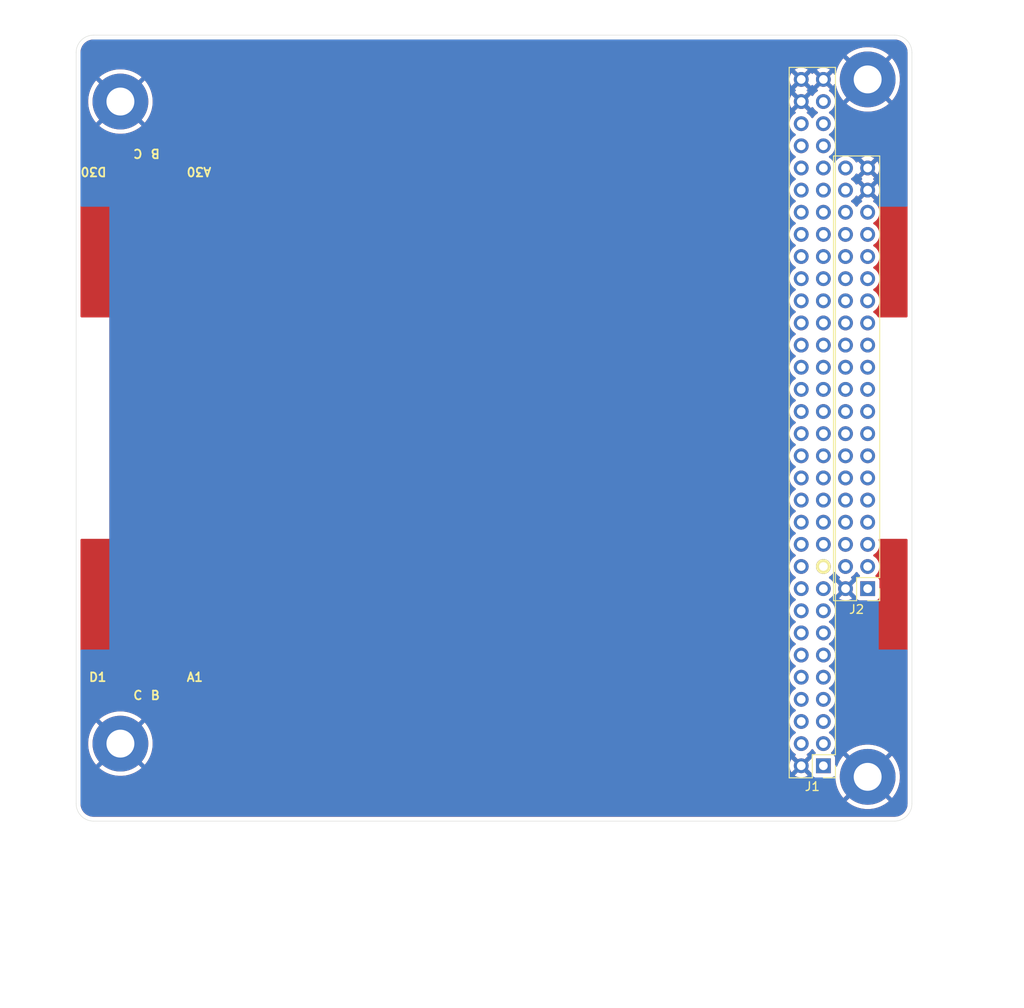
<source format=kicad_pcb>
(kicad_pcb (version 20241229) (generator "pcbnew") (generator_version "9.0")
  (layers (0 "F.Cu" signal) (2 "B.Cu" signal) (13 "F.Paste" user) (15 "B.Paste" user) (5 "F.SilkS" user "F.Silkscreen") (7 "B.SilkS" user "B.Silkscreen") (1 "F.Mask" user) (3 "B.Mask" user) (25 "Edge.Cuts" user))
  (net 0 "")
  (net 1 "GND")
  (net 2 "+5V")
  (net 3 "+12V")
  (net 4 "+3.3V")
  (net 5 "RESET")
  (net 97 "V_Batt")
  (footprint "Connector_PinHeader_2.54mm:PinHeader_2x32_P2.54mm_Vertical" (layer "F.Cu") (at 221.9 131.92 180)
    (property "Reference" "J1" (at 1.27 -2.38 0) (layer "F.SilkS"))
    (property "Value" "Conn_02x32_Row_Letter_First")
    (fp_line (start 3.92 -1.38) (end 3.92 80.12) (stroke (width 0.12)) (layer "F.SilkS"))
    (fp_line (start 1.27 1.27) (end 1.27 -1.38) (stroke (width 0.12)) (layer "F.SilkS"))
    (fp_line (start 1.27 -1.38) (end 3.92 -1.38) (stroke (width 0.12)) (layer "F.SilkS"))
    (fp_line (start -1.38 80.12) (end 3.92 80.12) (stroke (width 0.12)) (layer "F.SilkS"))
    (fp_line (start -1.38 1.27) (end 1.27 1.27) (stroke (width 0.12)) (layer "F.SilkS"))
    (fp_line (start -1.38 1.27) (end -1.38 80.12) (stroke (width 0.12)) (layer "F.SilkS"))
    (fp_line (start -1.38 0) (end -1.38 -1.38) (stroke (width 0.12)) (layer "F.SilkS"))
    (fp_line (start -1.38 -1.38) (end 0 -1.38) (stroke (width 0.12)) (layer "F.SilkS"))
    (pad "a1" thru_hole rect (at 0 0 180) (size 1.7 1.7) (drill 1) (layers "*.Cu" "*.Mask"))
    (pad "a2" thru_hole circle (at 0 2.54 180) (size 1.7 1.7) (drill 1) (layers "*.Cu" "*.Mask"))
    (pad "a3" thru_hole circle (at 0 5.08 180) (size 1.7 1.7) (drill 1) (layers "*.Cu" "*.Mask"))
    (pad "a4" thru_hole circle (at 0 7.62 180) (size 1.7 1.7) (drill 1) (layers "*.Cu" "*.Mask"))
    (pad "a5" thru_hole circle (at 0 10.16 180) (size 1.7 1.7) (drill 1) (layers "*.Cu" "*.Mask"))
    (pad "a6" thru_hole circle (at 0 12.7 180) (size 1.7 1.7) (drill 1) (layers "*.Cu" "*.Mask"))
    (pad "a7" thru_hole circle (at 0 15.24 180) (size 1.7 1.7) (drill 1) (layers "*.Cu" "*.Mask"))
    (pad "a8" thru_hole circle (at 0 17.78 180) (size 1.7 1.7) (drill 1) (layers "*.Cu" "*.Mask"))
    (pad "a9" thru_hole circle (at 0 20.32 180) (size 1.7 1.7) (drill 1) (layers "*.Cu" "*.Mask"))
    (pad "a10" thru_hole circle (at 0 22.86 180) (size 1.7 1.7) (drill 1) (layers "*.Cu" "*.Mask" "F.SilkS"))
    (pad "a11" thru_hole circle (at 0 25.4 180) (size 1.7 1.7) (drill 1) (layers "*.Cu" "*.Mask"))
    (pad "a12" thru_hole circle (at 0 27.94 180) (size 1.7 1.7) (drill 1) (layers "*.Cu" "*.Mask"))
    (pad "a13" thru_hole circle (at 0 30.48 180) (size 1.7 1.7) (drill 1) (layers "*.Cu" "*.Mask"))
    (pad "a14" thru_hole circle (at 0 33.02 180) (size 1.7 1.7) (drill 1) (layers "*.Cu" "*.Mask"))
    (pad "a15" thru_hole circle (at 0 35.56 180) (size 1.7 1.7) (drill 1) (layers "*.Cu" "*.Mask"))
    (pad "a16" thru_hole circle (at 0 38.1 180) (size 1.7 1.7) (drill 1) (layers "*.Cu" "*.Mask"))
    (pad "a17" thru_hole circle (at 0 40.64 180) (size 1.7 1.7) (drill 1) (layers "*.Cu" "B.Mask"))
    (pad "a18" thru_hole circle (at 0 43.18 180) (size 1.7 1.7) (drill 1) (layers "*.Cu" "*.Mask"))
    (pad "a19" thru_hole circle (at 0 45.72 180) (size 1.7 1.7) (drill 1) (layers "*.Cu" "*.Mask" "F.Paste"))
    (pad "a20" thru_hole circle (at 0 48.26 180) (size 1.7 1.7) (drill 1) (layers "*.Cu" "*.Mask"))
    (pad "a21" thru_hole circle (at 0 50.8 180) (size 1.7 1.7) (drill 1) (layers "*.Cu" "*.Mask"))
    (pad "a22" thru_hole circle (at 0 53.34 180) (size 1.7 1.7) (drill 1) (layers "*.Cu" "*.Mask"))
    (pad "a23" thru_hole circle (at 0 55.88 180) (size 1.7 1.7) (drill 1) (layers "*.Cu" "*.Mask"))
    (pad "a24" thru_hole circle (at 0 58.42 180) (size 1.7 1.7) (drill 1) (layers "*.Cu" "*.Mask"))
    (pad "a25" thru_hole circle (at 0 60.96 180) (size 1.7 1.7) (drill 1) (layers "*.Cu" "*.Mask"))
    (pad "a26" thru_hole circle (at 0 63.5 180) (size 1.7 1.7) (drill 1) (layers "*.Cu" "*.Mask"))
    (pad "a27" thru_hole circle (at 0 66.04 180) (size 1.7 1.7) (drill 1) (layers "*.Cu" "*.Mask"))
    (pad "a28" thru_hole circle (at 0 68.58 180) (size 1.7 1.7) (drill 1) (layers "*.Cu" "*.Mask"))
    (pad "a29" thru_hole circle (at 0 71.12 180) (size 1.7 1.7) (drill 1) (layers "*.Cu" "*.Mask"))
    (pad "a30" thru_hole circle (at 0 73.66 180) (size 1.7 1.7) (drill 1) (layers "*.Cu" "*.Mask"))
    (pad "a31" thru_hole circle (at 0 76.2 180) (size 1.7 1.7) (drill 1) (layers "*.Cu" "*.Mask"))
    (pad "a32" thru_hole circle (at 0 78.74 180) (size 1.7 1.7) (drill 1) (layers "*.Cu" "*.Mask") (net 1 "GND"))
    (pad "b1" thru_hole circle (at 2.54 0 180) (size 1.7 1.7) (drill 1) (layers "*.Cu" "*.Mask") (net 1 "GND"))
    (pad "b2" thru_hole circle (at 2.54 2.54 180) (size 1.7 1.7) (drill 1) (layers "*.Cu" "*.Mask") (net 5 "RESET"))
    (pad "b3" thru_hole circle (at 2.54 5.08 180) (size 1.7 1.7) (drill 1) (layers "*.Cu" "*.Mask") (net 2 "+5V"))
    (pad "b4" thru_hole circle (at 2.54 7.62 180) (size 1.7 1.7) (drill 1) (layers "*.Cu" "*.Mask"))
    (pad "b5" thru_hole circle (at 2.54 10.16 180) (size 1.7 1.7) (drill 1) (layers "*.Cu" "*.Mask") (net 4 "+3.3V"))
    (pad "b6" thru_hole circle (at 2.54 12.7 180) (size 1.7 1.7) (drill 1) (layers "*.Cu" "*.Mask"))
    (pad "b7" thru_hole circle (at 2.54 15.24 180) (size 1.7 1.7) (drill 1) (layers "*.Cu" "*.Mask") (net 97 "V_Batt"))
    (pad "b8" thru_hole circle (at 2.54 17.78 180) (size 1.7 1.7) (drill 1) (layers "*.Cu" "*.Mask"))
    (pad "b9" thru_hole circle (at 2.54 20.32 180) (size 1.7 1.7) (drill 1) (layers "*.Cu" "*.Mask") (net 3 "+12V"))
    (pad "b10" thru_hole circle (at 2.54 22.86 180) (size 1.7 1.7) (drill 1) (layers "*.Cu" "*.Mask"))
    (pad "b11" thru_hole circle (at 2.54 25.4 180) (size 1.7 1.7) (drill 1) (layers "*.Cu" "*.Mask"))
    (pad "b12" thru_hole circle (at 2.54 27.94 180) (size 1.7 1.7) (drill 1) (layers "*.Cu" "*.Mask"))
    (pad "b13" thru_hole circle (at 2.54 30.48 180) (size 1.7 1.7) (drill 1) (layers "*.Cu" "*.Mask"))
    (pad "b14" thru_hole circle (at 2.54 33.02 180) (size 1.7 1.7) (drill 1) (layers "*.Cu" "*.Mask"))
    (pad "b15" thru_hole circle (at 2.54 35.56 180) (size 1.7 1.7) (drill 1) (layers "*.Cu" "*.Mask"))
    (pad "b16" thru_hole circle (at 2.54 38.1 180) (size 1.7 1.7) (drill 1) (layers "*.Cu" "*.Mask"))
    (pad "b17" thru_hole circle (at 2.54 40.64 180) (size 1.7 1.7) (drill 1) (layers "*.Cu" "*.Mask"))
    (pad "b18" thru_hole circle (at 2.54 43.18 180) (size 1.7 1.7) (drill 1) (layers "*.Cu" "*.Mask"))
    (pad "b19" thru_hole circle (at 2.54 45.72 180) (size 1.7 1.7) (drill 1) (layers "*.Cu" "*.Mask"))
    (pad "b20" thru_hole circle (at 2.54 48.26 180) (size 1.7 1.7) (drill 1) (layers "*.Cu" "*.Mask"))
    (pad "b21" thru_hole circle (at 2.54 50.8 180) (size 1.7 1.7) (drill 1) (layers "*.Cu" "*.Mask"))
    (pad "b22" thru_hole circle (at 2.54 53.34 180) (size 1.7 1.7) (drill 1) (layers "*.Cu" "*.Mask"))
    (pad "b23" thru_hole circle (at 2.54 55.88 180) (size 1.7 1.7) (drill 1) (layers "*.Cu" "*.Mask"))
    (pad "b24" thru_hole circle (at 2.54 58.42 180) (size 1.7 1.7) (drill 1) (layers "*.Cu" "*.Mask"))
    (pad "b25" thru_hole circle (at 2.54 60.96 180) (size 1.7 1.7) (drill 1) (layers "*.Cu" "*.Mask"))
    (pad "b26" thru_hole circle (at 2.54 63.5 180) (size 1.7 1.7) (drill 1) (layers "*.Cu" "*.Mask"))
    (pad "b27" thru_hole circle (at 2.54 66.04 180) (size 1.7 1.7) (drill 1) (layers "*.Cu" "*.Mask"))
    (pad "b28" thru_hole circle (at 2.54 68.58 180) (size 1.7 1.7) (drill 1) (layers "*.Cu" "*.Mask"))
    (pad "b29" thru_hole circle (at 2.54 71.12 180) (size 1.7 1.7) (drill 1) (layers "*.Cu" "*.Mask"))
    (pad "b30" thru_hole circle (at 2.54 73.66 180) (size 1.7 1.7) (drill 1) (layers "*.Cu" "*.Mask"))
    (pad "b31" thru_hole circle (at 2.54 76.2 180) (size 1.7 1.7) (drill 1) (layers "*.Cu" "*.Mask") (net 1 "GND"))
    (pad "b32" thru_hole circle (at 2.54 78.74 180) (size 1.7 1.7) (drill 1) (layers "*.Cu" "*.Mask") (net 1 "GND"))
  )
  (footprint "MountingHole:MountingHole_3.2mm_M3_Pad_TopBottom" (layer "F.Cu") (at 226.98 133.19)
    (property "Reference" "H4" (hide yes))
    (property "Value" "MountingHole_Pad")
    (pad "1" thru_hole circle (at 0 0) (size 3.6 3.6) (drill 3.2) (layers "*.Cu" "*.Mask") (net 1 "GND"))
    (pad "1" connect circle (at 0 0) (size 6.4 6.4) (layers "F.Cu" "F.Mask") (net 1 "GND"))
    (pad "1" connect circle (at 0 0) (size 6.4 6.4) (layers "B.Cu" "B.Mask") (net 1 "GND"))
  )
  (footprint "MountingHole:MountingHole_3.2mm_M3_Pad_TopBottom" (layer "F.Cu") (at 226.98 53.18)
    (property "Reference" "H2" (hide yes))
    (property "Value" "MountingHole_Pad")
    (pad "1" thru_hole circle (at 0 0) (size 3.6 3.6) (drill 3.2) (layers "*.Cu" "*.Mask") (net 1 "GND"))
    (pad "1" connect circle (at 0 0) (size 6.4 6.4) (layers "F.Cu" "F.Mask") (net 1 "GND"))
    (pad "1" connect circle (at 0 0) (size 6.4 6.4) (layers "B.Cu" "B.Mask") (net 1 "GND"))
  )
  (footprint "MountingHole:MountingHole_3.2mm_M3_Pad_TopBottom" (layer "F.Cu") (at 141.255 55.72)
    (property "Reference" "H1" (hide yes))
    (property "Value" "MountingHole_Pad")
    (pad "1" thru_hole circle (at 0 0) (size 3.6 3.6) (drill 3.2) (layers "*.Cu" "*.Mask") (net 1 "GND"))
    (pad "1" connect circle (at 0 0) (size 6.4 6.4) (layers "F.Cu" "F.Mask") (net 1 "GND"))
    (pad "1" connect circle (at 0 0) (size 6.4 6.4) (layers "B.Cu" "B.Mask") (net 1 "GND"))
  )
  (footprint "MountingHole:MountingHole_3.2mm_M3_Pad_TopBottom" (layer "F.Cu") (at 141.255 129.38)
    (property "Reference" "H3" (hide yes))
    (property "Value" "MountingHole_Pad")
    (pad "1" thru_hole circle (at 0 0) (size 3.6 3.6) (drill 3.2) (layers "*.Cu" "*.Mask") (net 1 "GND"))
    (pad "1" connect circle (at 0 0) (size 6.4 6.4) (layers "F.Cu" "F.Mask") (net 1 "GND"))
    (pad "1" connect circle (at 0 0) (size 6.4 6.4) (layers "B.Cu" "B.Mask") (net 1 "GND"))
  )
  (footprint "Connector_PinHeader_2.54mm:PinHeader_2x20_P2.54mm_Vertical" (layer "F.Cu") (at 226.98 111.6 180)
    (property "Reference" "J2" (at 1.27 -2.38 0) (layer "F.SilkS"))
    (property "Value" "Conn_02x20_Row_Letter_First" (hide yes))
    (fp_line (start 3.92 -1.38) (end 3.92 49.64) (stroke (width 0.12)) (layer "F.SilkS"))
    (fp_line (start 1.27 1.27) (end 1.27 -1.38) (stroke (width 0.12)) (layer "F.SilkS"))
    (fp_line (start 1.27 -1.38) (end 3.92 -1.38) (stroke (width 0.12)) (layer "F.SilkS"))
    (fp_line (start -1.38 49.64) (end 3.92 49.64) (stroke (width 0.12)) (layer "F.SilkS"))
    (fp_line (start -1.38 1.27) (end 1.27 1.27) (stroke (width 0.12)) (layer "F.SilkS"))
    (fp_line (start -1.38 1.27) (end -1.38 49.64) (stroke (width 0.12)) (layer "F.SilkS"))
    (fp_line (start -1.38 0) (end -1.38 -1.38) (stroke (width 0.12)) (layer "F.SilkS"))
    (fp_line (start -1.38 -1.38) (end 0 -1.38) (stroke (width 0.12)) (layer "F.SilkS"))
    (pad "c0" thru_hole circle (at 2.54 0 180) (size 1.7 1.7) (drill 1) (layers "*.Cu" "*.Mask") (net 1 "GND"))
    (pad "c1" thru_hole circle (at 2.54 2.54 180) (size 1.7 1.7) (drill 1) (layers "*.Cu" "*.Mask"))
    (pad "c2" thru_hole circle (at 2.54 5.08 180) (size 1.7 1.7) (drill 1) (layers "*.Cu" "*.Mask"))
    (pad "c3" thru_hole circle (at 2.54 7.62 180) (size 1.7 1.7) (drill 1) (layers "*.Cu" "*.Mask"))
    (pad "c4" thru_hole circle (at 2.54 10.16 180) (size 1.7 1.7) (drill 1) (layers "*.Cu" "*.Mask"))
    (pad "c5" thru_hole circle (at 2.54 12.7 180) (size 1.7 1.7) (drill 1) (layers "*.Cu" "*.Mask"))
    (pad "c6" thru_hole circle (at 2.54 15.24 180) (size 1.7 1.7) (drill 1) (layers "*.Cu" "*.Mask"))
    (pad "c7" thru_hole circle (at 2.54 17.78 180) (size 1.7 1.7) (drill 1) (layers "*.Cu" "*.Mask"))
    (pad "c8" thru_hole circle (at 2.54 20.32 180) (size 1.7 1.7) (drill 1) (layers "*.Cu" "*.Mask"))
    (pad "c9" thru_hole circle (at 2.54 22.86 180) (size 1.7 1.7) (drill 1) (layers "*.Cu" "*.Mask"))
    (pad "c10" thru_hole circle (at 2.54 25.4 180) (size 1.7 1.7) (drill 1) (layers "*.Cu" "*.Mask"))
    (pad "c11" thru_hole circle (at 2.54 27.94 180) (size 1.7 1.7) (drill 1) (layers "*.Cu" "*.Mask"))
    (pad "c12" thru_hole circle (at 2.54 30.48 180) (size 1.7 1.7) (drill 1) (layers "*.Cu" "*.Mask"))
    (pad "c13" thru_hole circle (at 2.54 33.02 180) (size 1.7 1.7) (drill 1) (layers "*.Cu" "*.Mask"))
    (pad "c14" thru_hole circle (at 2.54 35.56 180) (size 1.7 1.7) (drill 1) (layers "*.Cu" "*.Mask"))
    (pad "c15" thru_hole circle (at 2.54 38.1 180) (size 1.7 1.7) (drill 1) (layers "*.Cu" "*.Mask"))
    (pad "c16" thru_hole circle (at 2.54 40.64 180) (size 1.7 1.7) (drill 1) (layers "*.Cu" "*.Mask"))
    (pad "c17" thru_hole circle (at 2.54 43.18 180) (size 1.7 1.7) (drill 1) (layers "*.Cu" "*.Mask"))
    (pad "c18" thru_hole circle (at 2.54 45.72 180) (size 1.7 1.7) (drill 1) (layers "*.Cu" "*.Mask"))
    (pad "c19" thru_hole circle (at 2.54 48.26 180) (size 1.7 1.7) (drill 1) (layers "*.Cu" "*.Mask"))
    (pad "d0" thru_hole rect (at 0 0 180) (size 1.7 1.7) (drill 1) (layers "*.Cu" "*.Mask"))
    (pad "d1" thru_hole circle (at 0 2.54 180) (size 1.7 1.7) (drill 1) (layers "*.Cu" "*.Mask"))
    (pad "d2" thru_hole circle (at 0 5.08 180) (size 1.7 1.7) (drill 1) (layers "*.Cu" "*.Mask"))
    (pad "d3" thru_hole circle (at 0 7.62 180) (size 1.7 1.7) (drill 1) (layers "*.Cu" "*.Mask"))
    (pad "d4" thru_hole circle (at 0 10.16 180) (size 1.7 1.7) (drill 1) (layers "*.Cu" "*.Mask"))
    (pad "d5" thru_hole circle (at 0 12.7 180) (size 1.7 1.7) (drill 1) (layers "*.Cu" "*.Mask"))
    (pad "d6" thru_hole circle (at 0 15.24 180) (size 1.7 1.7) (drill 1) (layers "*.Cu" "*.Mask"))
    (pad "d7" thru_hole circle (at 0 17.78 180) (size 1.7 1.7) (drill 1) (layers "*.Cu" "*.Mask"))
    (pad "d8" thru_hole circle (at 0 20.32 180) (size 1.7 1.7) (drill 1) (layers "*.Cu" "*.Mask"))
    (pad "d9" thru_hole circle (at 0 22.86 180) (size 1.7 1.7) (drill 1) (layers "*.Cu" "*.Mask"))
    (pad "d10" thru_hole circle (at 0 25.4 180) (size 1.7 1.7) (drill 1) (layers "*.Cu" "*.Mask"))
    (pad "d11" thru_hole circle (at 0 27.94 180) (size 1.7 1.7) (drill 1) (layers "*.Cu" "*.Mask"))
    (pad "d12" thru_hole circle (at 0 30.48 180) (size 1.7 1.7) (drill 1) (layers "*.Cu" "*.Mask"))
    (pad "d13" thru_hole circle (at 0 33.02 180) (size 1.7 1.7) (drill 1) (layers "*.Cu" "*.Mask"))
    (pad "d14" thru_hole circle (at 0 35.56 180) (size 1.7 1.7) (drill 1) (layers "*.Cu" "*.Mask"))
    (pad "d15" thru_hole circle (at 0 38.1 180) (size 1.7 1.7) (drill 1) (layers "*.Cu" "*.Mask"))
    (pad "d16" thru_hole circle (at 0 40.64 180) (size 1.7 1.7) (drill 1) (layers "*.Cu" "*.Mask") (net 2 "+5V"))
    (pad "d17" thru_hole circle (at 0 43.18 180) (size 1.7 1.7) (drill 1) (layers "*.Cu" "*.Mask"))
    (pad "d18" thru_hole circle (at 0 45.72 180) (size 1.7 1.7) (drill 1) (layers "*.Cu" "*.Mask") (net 1 "GND"))
    (pad "d19" thru_hole circle (at 0 48.26 180) (size 1.7 1.7) (drill 1) (layers "*.Cu" "*.Mask") (net 1 "GND"))
  )
  (gr_arc (start 138.175 138.27) (mid 136.760786 137.684214) (end 136.175 136.27) (stroke (width 0.05)) (layer "Edge.Cuts"))
  (gr_arc (start 230.06 48.1) (mid 231.474214 48.685786) (end 232.06 50.1) (stroke (width 0.05)) (layer "Edge.Cuts"))
  (gr_arc (start 232.06 136.27) (mid 231.474214 137.684214) (end 230.06 138.27) (stroke (width 0.05)) (layer "Edge.Cuts"))
  (gr_arc (start 136.175 50.1) (mid 136.760786 48.685786) (end 138.175 48.1) (stroke (width 0.05)) (layer "Edge.Cuts"))
  (gr_line (start 138.175 48.1) (end 230.06 48.1) (stroke (width 0.05)) (layer "Edge.Cuts"))
  (gr_line (start 230.06 138.27) (end 138.175 138.27) (stroke (width 0.05)) (layer "Edge.Cuts"))
  (gr_line (start 136.175 136.27) (end 136.175 50.1) (stroke (width 0.05)) (layer "Edge.Cuts"))
  (gr_line (start 232.06 50.1) (end 232.06 136.27) (stroke (width 0.05)) (layer "Edge.Cuts"))
  (gr_text "A1" (at 148.755 121.76 0) (layer "F.SilkS") (effects (font (size 1 1) (thickness 0.2) (bold yes)) (justify left)))
  (gr_text "C" (at 143.255 62.26 180) (layer "F.SilkS") (effects (font (size 1 1) (thickness 0.2) (bold yes)) (justify top)))
  (gr_text "D30" (at 139.755 63.76 180) (layer "F.SilkS") (effects (font (size 1 1) (thickness 0.2) (bold yes)) (justify left)))
  (gr_text "C" (at 143.255 123.26 0) (layer "F.SilkS") (effects (font (size 1 1) (thickness 0.2) (bold yes)) (justify top)))
  (gr_text "B" (at 145.255 62.26 180) (layer "F.SilkS") (effects (font (size 1 1) (thickness 0.2) (bold yes)) (justify top)))
  (gr_text "D1" (at 139.755 121.76 0) (layer "F.SilkS") (effects (font (size 1 1) (thickness 0.2) (bold yes)) (justify right)))
  (gr_text "B" (at 145.255 123.26 0) (layer "F.SilkS") (effects (font (size 1 1) (thickness 0.2) (bold yes)) (justify top)))
  (gr_text "A30" (at 148.755 63.76 180) (layer "F.SilkS") (effects (font (size 1 1) (thickness 0.2) (bold yes)) (justify right)))
  (zone (net 1) (net_name "GND") (layer "F.Cu") (connect_pads (clearance 0.5)) (min_thickness 0.25) (fill yes (thermal_gap 0.5) (thermal_bridge_width 0.5))
    (polygon (pts (xy 136.175 48.1) (xy 232.06 48.1) (xy 232.06 138.27) (xy 136.175 138.27)))
  )
  (zone (net 0) (net_name "") (layers "F.Cu" "Dwgs.User") (connect_pads (clearance 0)) (min_thickness 0.25)
    (keepout (tracks not_allowed) (vias not_allowed) (pads not_allowed) (copperpour not_allowed) (footprints allowed))
    (fill (thermal_gap 0.5) (thermal_bridge_width 0.5))
    (polygon (pts (xy 228.25 80.485) (xy 232.06 80.485) (xy 232.06 105.885) (xy 228.25 105.885)))
  )
  (zone (net 0) (net_name "") (layers "F.Cu" "Dwgs.User") (connect_pads (clearance 0)) (min_thickness 0.25)
    (keepout (tracks not_allowed) (vias not_allowed) (pads not_allowed) (copperpour not_allowed) (footprints allowed))
    (fill (thermal_gap 0.5) (thermal_bridge_width 0.5))
    (polygon (pts (xy 136.175 80.485) (xy 139.985 80.485) (xy 139.985 105.885) (xy 136.175 105.885)))
  )
  (zone (net 0) (net_name "") (layer "B.Cu") (connect_pads (clearance 0)) (min_thickness 0.25)
    (keepout (tracks not_allowed) (vias not_allowed) (pads not_allowed) (copperpour not_allowed) (footprints allowed))
    (fill (thermal_gap 0.5) (thermal_bridge_width 0.5))
    (polygon (pts (xy 136.175 67.785) (xy 139.985 67.785) (xy 139.985 118.585) (xy 136.175 118.585)))
  )
  (zone (net 0) (net_name "") (layer "B.Cu") (connect_pads (clearance 0)) (min_thickness 0.25)
    (keepout (tracks not_allowed) (vias not_allowed) (pads not_allowed) (copperpour not_allowed) (footprints allowed))
    (fill (thermal_gap 0.5) (thermal_bridge_width 0.5))
    (polygon (pts (xy 228.25 67.785) (xy 232.06 67.785) (xy 232.06 118.585) (xy 228.25 118.585)))
  )
  (zone (net 1) (net_name "GND") (layer "B.Cu") (connect_pads (clearance 0.5)) (min_thickness 0.25) (fill yes (thermal_gap 0.5) (thermal_bridge_width 0.5))
    (polygon (pts (xy 136.175 48.1) (xy 232.06 48.1) (xy 232.06 138.27) (xy 136.175 138.27)))
  )
)
</source>
